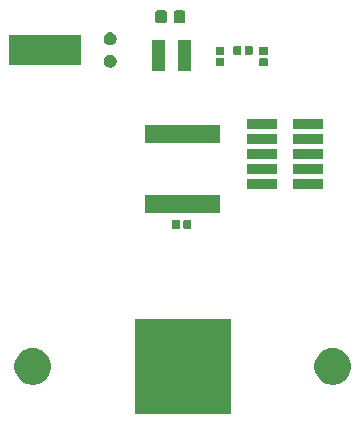
<source format=gbr>
G04 #@! TF.GenerationSoftware,KiCad,Pcbnew,(5.1.2)-2*
G04 #@! TF.CreationDate,2019-10-10T00:04:00-05:00*
G04 #@! TF.ProjectId,MillingTest,4d696c6c-696e-4675-9465-73742e6b6963,rev?*
G04 #@! TF.SameCoordinates,Original*
G04 #@! TF.FileFunction,Soldermask,Top*
G04 #@! TF.FilePolarity,Negative*
%FSLAX46Y46*%
G04 Gerber Fmt 4.6, Leading zero omitted, Abs format (unit mm)*
G04 Created by KiCad (PCBNEW (5.1.2)-2) date 2019-10-10 00:04:00*
%MOMM*%
%LPD*%
G04 APERTURE LIST*
%ADD10C,0.100000*%
G04 APERTURE END LIST*
D10*
G36*
X184871000Y-98081000D02*
G01*
X176769000Y-98081000D01*
X176769000Y-89979000D01*
X184871000Y-89979000D01*
X184871000Y-98081000D01*
X184871000Y-98081000D01*
G37*
G36*
X193822585Y-92508802D02*
G01*
X193972410Y-92538604D01*
X194254674Y-92655521D01*
X194508705Y-92825259D01*
X194724741Y-93041295D01*
X194894479Y-93295326D01*
X195011396Y-93577590D01*
X195071000Y-93877240D01*
X195071000Y-94182760D01*
X195011396Y-94482410D01*
X194894479Y-94764674D01*
X194724741Y-95018705D01*
X194508705Y-95234741D01*
X194254674Y-95404479D01*
X193972410Y-95521396D01*
X193822585Y-95551198D01*
X193672761Y-95581000D01*
X193367239Y-95581000D01*
X193217415Y-95551198D01*
X193067590Y-95521396D01*
X192785326Y-95404479D01*
X192531295Y-95234741D01*
X192315259Y-95018705D01*
X192145521Y-94764674D01*
X192028604Y-94482410D01*
X191969000Y-94182760D01*
X191969000Y-93877240D01*
X192028604Y-93577590D01*
X192145521Y-93295326D01*
X192315259Y-93041295D01*
X192531295Y-92825259D01*
X192785326Y-92655521D01*
X193067590Y-92538604D01*
X193217415Y-92508802D01*
X193367239Y-92479000D01*
X193672761Y-92479000D01*
X193822585Y-92508802D01*
X193822585Y-92508802D01*
G37*
G36*
X168422585Y-92508802D02*
G01*
X168572410Y-92538604D01*
X168854674Y-92655521D01*
X169108705Y-92825259D01*
X169324741Y-93041295D01*
X169494479Y-93295326D01*
X169611396Y-93577590D01*
X169671000Y-93877240D01*
X169671000Y-94182760D01*
X169611396Y-94482410D01*
X169494479Y-94764674D01*
X169324741Y-95018705D01*
X169108705Y-95234741D01*
X168854674Y-95404479D01*
X168572410Y-95521396D01*
X168422585Y-95551198D01*
X168272761Y-95581000D01*
X167967239Y-95581000D01*
X167817415Y-95551198D01*
X167667590Y-95521396D01*
X167385326Y-95404479D01*
X167131295Y-95234741D01*
X166915259Y-95018705D01*
X166745521Y-94764674D01*
X166628604Y-94482410D01*
X166569000Y-94182760D01*
X166569000Y-93877240D01*
X166628604Y-93577590D01*
X166745521Y-93295326D01*
X166915259Y-93041295D01*
X167131295Y-92825259D01*
X167385326Y-92655521D01*
X167667590Y-92538604D01*
X167817415Y-92508802D01*
X167967239Y-92479000D01*
X168272761Y-92479000D01*
X168422585Y-92508802D01*
X168422585Y-92508802D01*
G37*
G36*
X181456938Y-81641716D02*
G01*
X181477557Y-81647971D01*
X181496553Y-81658124D01*
X181513208Y-81671792D01*
X181526876Y-81688447D01*
X181537029Y-81707443D01*
X181543284Y-81728062D01*
X181546000Y-81755640D01*
X181546000Y-82264360D01*
X181543284Y-82291938D01*
X181537029Y-82312557D01*
X181526876Y-82331553D01*
X181513208Y-82348208D01*
X181496553Y-82361876D01*
X181477557Y-82372029D01*
X181456938Y-82378284D01*
X181429360Y-82381000D01*
X180970640Y-82381000D01*
X180943062Y-82378284D01*
X180922443Y-82372029D01*
X180903447Y-82361876D01*
X180886792Y-82348208D01*
X180873124Y-82331553D01*
X180862971Y-82312557D01*
X180856716Y-82291938D01*
X180854000Y-82264360D01*
X180854000Y-81755640D01*
X180856716Y-81728062D01*
X180862971Y-81707443D01*
X180873124Y-81688447D01*
X180886792Y-81671792D01*
X180903447Y-81658124D01*
X180922443Y-81647971D01*
X180943062Y-81641716D01*
X180970640Y-81639000D01*
X181429360Y-81639000D01*
X181456938Y-81641716D01*
X181456938Y-81641716D01*
G37*
G36*
X180486938Y-81641716D02*
G01*
X180507557Y-81647971D01*
X180526553Y-81658124D01*
X180543208Y-81671792D01*
X180556876Y-81688447D01*
X180567029Y-81707443D01*
X180573284Y-81728062D01*
X180576000Y-81755640D01*
X180576000Y-82264360D01*
X180573284Y-82291938D01*
X180567029Y-82312557D01*
X180556876Y-82331553D01*
X180543208Y-82348208D01*
X180526553Y-82361876D01*
X180507557Y-82372029D01*
X180486938Y-82378284D01*
X180459360Y-82381000D01*
X180000640Y-82381000D01*
X179973062Y-82378284D01*
X179952443Y-82372029D01*
X179933447Y-82361876D01*
X179916792Y-82348208D01*
X179903124Y-82331553D01*
X179892971Y-82312557D01*
X179886716Y-82291938D01*
X179884000Y-82264360D01*
X179884000Y-81755640D01*
X179886716Y-81728062D01*
X179892971Y-81707443D01*
X179903124Y-81688447D01*
X179916792Y-81671792D01*
X179933447Y-81658124D01*
X179952443Y-81647971D01*
X179973062Y-81641716D01*
X180000640Y-81639000D01*
X180459360Y-81639000D01*
X180486938Y-81641716D01*
X180486938Y-81641716D01*
G37*
G36*
X184001000Y-81046000D02*
G01*
X177599000Y-81046000D01*
X177599000Y-79494000D01*
X184001000Y-79494000D01*
X184001000Y-81046000D01*
X184001000Y-81046000D01*
G37*
G36*
X192685000Y-79034000D02*
G01*
X190183000Y-79034000D01*
X190183000Y-78192000D01*
X192685000Y-78192000D01*
X192685000Y-79034000D01*
X192685000Y-79034000D01*
G37*
G36*
X188785000Y-79034000D02*
G01*
X186283000Y-79034000D01*
X186283000Y-78192000D01*
X188785000Y-78192000D01*
X188785000Y-79034000D01*
X188785000Y-79034000D01*
G37*
G36*
X192685000Y-77764000D02*
G01*
X190183000Y-77764000D01*
X190183000Y-76922000D01*
X192685000Y-76922000D01*
X192685000Y-77764000D01*
X192685000Y-77764000D01*
G37*
G36*
X188785000Y-77764000D02*
G01*
X186283000Y-77764000D01*
X186283000Y-76922000D01*
X188785000Y-76922000D01*
X188785000Y-77764000D01*
X188785000Y-77764000D01*
G37*
G36*
X188785000Y-76494000D02*
G01*
X186283000Y-76494000D01*
X186283000Y-75652000D01*
X188785000Y-75652000D01*
X188785000Y-76494000D01*
X188785000Y-76494000D01*
G37*
G36*
X192685000Y-76494000D02*
G01*
X190183000Y-76494000D01*
X190183000Y-75652000D01*
X192685000Y-75652000D01*
X192685000Y-76494000D01*
X192685000Y-76494000D01*
G37*
G36*
X188785000Y-75224000D02*
G01*
X186283000Y-75224000D01*
X186283000Y-74382000D01*
X188785000Y-74382000D01*
X188785000Y-75224000D01*
X188785000Y-75224000D01*
G37*
G36*
X192685000Y-75224000D02*
G01*
X190183000Y-75224000D01*
X190183000Y-74382000D01*
X192685000Y-74382000D01*
X192685000Y-75224000D01*
X192685000Y-75224000D01*
G37*
G36*
X184001000Y-75146000D02*
G01*
X177599000Y-75146000D01*
X177599000Y-73594000D01*
X184001000Y-73594000D01*
X184001000Y-75146000D01*
X184001000Y-75146000D01*
G37*
G36*
X192685000Y-73954000D02*
G01*
X190183000Y-73954000D01*
X190183000Y-73112000D01*
X192685000Y-73112000D01*
X192685000Y-73954000D01*
X192685000Y-73954000D01*
G37*
G36*
X188785000Y-73954000D02*
G01*
X186283000Y-73954000D01*
X186283000Y-73112000D01*
X188785000Y-73112000D01*
X188785000Y-73954000D01*
X188785000Y-73954000D01*
G37*
G36*
X181541000Y-69006000D02*
G01*
X180379000Y-69006000D01*
X180379000Y-66354000D01*
X181541000Y-66354000D01*
X181541000Y-69006000D01*
X181541000Y-69006000D01*
G37*
G36*
X179341000Y-69006000D02*
G01*
X178179000Y-69006000D01*
X178179000Y-66354000D01*
X179341000Y-66354000D01*
X179341000Y-69006000D01*
X179341000Y-69006000D01*
G37*
G36*
X174830721Y-67650174D02*
G01*
X174930995Y-67691709D01*
X174930996Y-67691710D01*
X175021242Y-67752010D01*
X175097990Y-67828758D01*
X175097991Y-67828760D01*
X175158291Y-67919005D01*
X175199826Y-68019279D01*
X175221000Y-68125730D01*
X175221000Y-68234270D01*
X175199826Y-68340721D01*
X175158291Y-68440995D01*
X175158290Y-68440996D01*
X175097990Y-68531242D01*
X175021242Y-68607990D01*
X174991295Y-68628000D01*
X174930995Y-68668291D01*
X174830721Y-68709826D01*
X174724270Y-68731000D01*
X174615730Y-68731000D01*
X174509279Y-68709826D01*
X174409005Y-68668291D01*
X174348705Y-68628000D01*
X174318758Y-68607990D01*
X174242010Y-68531242D01*
X174181710Y-68440996D01*
X174181709Y-68440995D01*
X174140174Y-68340721D01*
X174119000Y-68234270D01*
X174119000Y-68125730D01*
X174140174Y-68019279D01*
X174181709Y-67919005D01*
X174242009Y-67828760D01*
X174242010Y-67828758D01*
X174318758Y-67752010D01*
X174409004Y-67691710D01*
X174409005Y-67691709D01*
X174509279Y-67650174D01*
X174615730Y-67629000D01*
X174724270Y-67629000D01*
X174830721Y-67650174D01*
X174830721Y-67650174D01*
G37*
G36*
X184241938Y-67938716D02*
G01*
X184262557Y-67944971D01*
X184281553Y-67955124D01*
X184298208Y-67968792D01*
X184311876Y-67985447D01*
X184322029Y-68004443D01*
X184328284Y-68025062D01*
X184331000Y-68052640D01*
X184331000Y-68511360D01*
X184328284Y-68538938D01*
X184322029Y-68559557D01*
X184311876Y-68578553D01*
X184298208Y-68595208D01*
X184281553Y-68608876D01*
X184262557Y-68619029D01*
X184241938Y-68625284D01*
X184214360Y-68628000D01*
X183705640Y-68628000D01*
X183678062Y-68625284D01*
X183657443Y-68619029D01*
X183638447Y-68608876D01*
X183621792Y-68595208D01*
X183608124Y-68578553D01*
X183597971Y-68559557D01*
X183591716Y-68538938D01*
X183589000Y-68511360D01*
X183589000Y-68052640D01*
X183591716Y-68025062D01*
X183597971Y-68004443D01*
X183608124Y-67985447D01*
X183621792Y-67968792D01*
X183638447Y-67955124D01*
X183657443Y-67944971D01*
X183678062Y-67938716D01*
X183705640Y-67936000D01*
X184214360Y-67936000D01*
X184241938Y-67938716D01*
X184241938Y-67938716D01*
G37*
G36*
X187921938Y-67933716D02*
G01*
X187942557Y-67939971D01*
X187961553Y-67950124D01*
X187978208Y-67963792D01*
X187991876Y-67980447D01*
X188002029Y-67999443D01*
X188008284Y-68020062D01*
X188011000Y-68047640D01*
X188011000Y-68506360D01*
X188008284Y-68533938D01*
X188002029Y-68554557D01*
X187991876Y-68573553D01*
X187978208Y-68590208D01*
X187961553Y-68603876D01*
X187942557Y-68614029D01*
X187921938Y-68620284D01*
X187894360Y-68623000D01*
X187385640Y-68623000D01*
X187358062Y-68620284D01*
X187337443Y-68614029D01*
X187318447Y-68603876D01*
X187301792Y-68590208D01*
X187288124Y-68573553D01*
X187277971Y-68554557D01*
X187271716Y-68533938D01*
X187269000Y-68506360D01*
X187269000Y-68047640D01*
X187271716Y-68020062D01*
X187277971Y-67999443D01*
X187288124Y-67980447D01*
X187301792Y-67963792D01*
X187318447Y-67950124D01*
X187337443Y-67939971D01*
X187358062Y-67933716D01*
X187385640Y-67931000D01*
X187894360Y-67931000D01*
X187921938Y-67933716D01*
X187921938Y-67933716D01*
G37*
G36*
X172221000Y-68531000D02*
G01*
X166119000Y-68531000D01*
X166119000Y-65929000D01*
X172221000Y-65929000D01*
X172221000Y-68531000D01*
X172221000Y-68531000D01*
G37*
G36*
X184241938Y-66968716D02*
G01*
X184262557Y-66974971D01*
X184281553Y-66985124D01*
X184298208Y-66998792D01*
X184311876Y-67015447D01*
X184322029Y-67034443D01*
X184328284Y-67055062D01*
X184331000Y-67082640D01*
X184331000Y-67541360D01*
X184328284Y-67568938D01*
X184322029Y-67589557D01*
X184311876Y-67608553D01*
X184298208Y-67625208D01*
X184281553Y-67638876D01*
X184262557Y-67649029D01*
X184241938Y-67655284D01*
X184214360Y-67658000D01*
X183705640Y-67658000D01*
X183678062Y-67655284D01*
X183657443Y-67649029D01*
X183638447Y-67638876D01*
X183621792Y-67625208D01*
X183608124Y-67608553D01*
X183597971Y-67589557D01*
X183591716Y-67568938D01*
X183589000Y-67541360D01*
X183589000Y-67082640D01*
X183591716Y-67055062D01*
X183597971Y-67034443D01*
X183608124Y-67015447D01*
X183621792Y-66998792D01*
X183638447Y-66985124D01*
X183657443Y-66974971D01*
X183678062Y-66968716D01*
X183705640Y-66966000D01*
X184214360Y-66966000D01*
X184241938Y-66968716D01*
X184241938Y-66968716D01*
G37*
G36*
X187921938Y-66963716D02*
G01*
X187942557Y-66969971D01*
X187961553Y-66980124D01*
X187978208Y-66993792D01*
X187991876Y-67010447D01*
X188002029Y-67029443D01*
X188008284Y-67050062D01*
X188011000Y-67077640D01*
X188011000Y-67536360D01*
X188008284Y-67563938D01*
X188002029Y-67584557D01*
X187991876Y-67603553D01*
X187978208Y-67620208D01*
X187961553Y-67633876D01*
X187942557Y-67644029D01*
X187921938Y-67650284D01*
X187894360Y-67653000D01*
X187385640Y-67653000D01*
X187358062Y-67650284D01*
X187337443Y-67644029D01*
X187318447Y-67633876D01*
X187301792Y-67620208D01*
X187288124Y-67603553D01*
X187277971Y-67584557D01*
X187271716Y-67563938D01*
X187269000Y-67536360D01*
X187269000Y-67077640D01*
X187271716Y-67050062D01*
X187277971Y-67029443D01*
X187288124Y-67010447D01*
X187301792Y-66993792D01*
X187318447Y-66980124D01*
X187337443Y-66969971D01*
X187358062Y-66963716D01*
X187385640Y-66961000D01*
X187894360Y-66961000D01*
X187921938Y-66963716D01*
X187921938Y-66963716D01*
G37*
G36*
X186651938Y-66903716D02*
G01*
X186672557Y-66909971D01*
X186691553Y-66920124D01*
X186708208Y-66933792D01*
X186721876Y-66950447D01*
X186732029Y-66969443D01*
X186738284Y-66990062D01*
X186741000Y-67017640D01*
X186741000Y-67526360D01*
X186738284Y-67553938D01*
X186732029Y-67574557D01*
X186721876Y-67593553D01*
X186708208Y-67610208D01*
X186691553Y-67623876D01*
X186672557Y-67634029D01*
X186651938Y-67640284D01*
X186624360Y-67643000D01*
X186165640Y-67643000D01*
X186138062Y-67640284D01*
X186117443Y-67634029D01*
X186098447Y-67623876D01*
X186081792Y-67610208D01*
X186068124Y-67593553D01*
X186057971Y-67574557D01*
X186051716Y-67553938D01*
X186049000Y-67526360D01*
X186049000Y-67017640D01*
X186051716Y-66990062D01*
X186057971Y-66969443D01*
X186068124Y-66950447D01*
X186081792Y-66933792D01*
X186098447Y-66920124D01*
X186117443Y-66909971D01*
X186138062Y-66903716D01*
X186165640Y-66901000D01*
X186624360Y-66901000D01*
X186651938Y-66903716D01*
X186651938Y-66903716D01*
G37*
G36*
X185681938Y-66903716D02*
G01*
X185702557Y-66909971D01*
X185721553Y-66920124D01*
X185738208Y-66933792D01*
X185751876Y-66950447D01*
X185762029Y-66969443D01*
X185768284Y-66990062D01*
X185771000Y-67017640D01*
X185771000Y-67526360D01*
X185768284Y-67553938D01*
X185762029Y-67574557D01*
X185751876Y-67593553D01*
X185738208Y-67610208D01*
X185721553Y-67623876D01*
X185702557Y-67634029D01*
X185681938Y-67640284D01*
X185654360Y-67643000D01*
X185195640Y-67643000D01*
X185168062Y-67640284D01*
X185147443Y-67634029D01*
X185128447Y-67623876D01*
X185111792Y-67610208D01*
X185098124Y-67593553D01*
X185087971Y-67574557D01*
X185081716Y-67553938D01*
X185079000Y-67526360D01*
X185079000Y-67017640D01*
X185081716Y-66990062D01*
X185087971Y-66969443D01*
X185098124Y-66950447D01*
X185111792Y-66933792D01*
X185128447Y-66920124D01*
X185147443Y-66909971D01*
X185168062Y-66903716D01*
X185195640Y-66901000D01*
X185654360Y-66901000D01*
X185681938Y-66903716D01*
X185681938Y-66903716D01*
G37*
G36*
X174830721Y-65750174D02*
G01*
X174930995Y-65791709D01*
X174930996Y-65791710D01*
X175021242Y-65852010D01*
X175097990Y-65928758D01*
X175128345Y-65974188D01*
X175158291Y-66019005D01*
X175199826Y-66119279D01*
X175221000Y-66225730D01*
X175221000Y-66334270D01*
X175199826Y-66440721D01*
X175158291Y-66540995D01*
X175158290Y-66540996D01*
X175097990Y-66631242D01*
X175021242Y-66707990D01*
X174975812Y-66738345D01*
X174930995Y-66768291D01*
X174830721Y-66809826D01*
X174724270Y-66831000D01*
X174615730Y-66831000D01*
X174509279Y-66809826D01*
X174409005Y-66768291D01*
X174364188Y-66738345D01*
X174318758Y-66707990D01*
X174242010Y-66631242D01*
X174181710Y-66540996D01*
X174181709Y-66540995D01*
X174140174Y-66440721D01*
X174119000Y-66334270D01*
X174119000Y-66225730D01*
X174140174Y-66119279D01*
X174181709Y-66019005D01*
X174211655Y-65974188D01*
X174242010Y-65928758D01*
X174318758Y-65852010D01*
X174409004Y-65791710D01*
X174409005Y-65791709D01*
X174509279Y-65750174D01*
X174615730Y-65729000D01*
X174724270Y-65729000D01*
X174830721Y-65750174D01*
X174830721Y-65750174D01*
G37*
G36*
X179314591Y-63898085D02*
G01*
X179348569Y-63908393D01*
X179379890Y-63925134D01*
X179407339Y-63947661D01*
X179429866Y-63975110D01*
X179446607Y-64006431D01*
X179456915Y-64040409D01*
X179461000Y-64081890D01*
X179461000Y-64758110D01*
X179456915Y-64799591D01*
X179446607Y-64833569D01*
X179429866Y-64864890D01*
X179407339Y-64892339D01*
X179379890Y-64914866D01*
X179348569Y-64931607D01*
X179314591Y-64941915D01*
X179273110Y-64946000D01*
X178671890Y-64946000D01*
X178630409Y-64941915D01*
X178596431Y-64931607D01*
X178565110Y-64914866D01*
X178537661Y-64892339D01*
X178515134Y-64864890D01*
X178498393Y-64833569D01*
X178488085Y-64799591D01*
X178484000Y-64758110D01*
X178484000Y-64081890D01*
X178488085Y-64040409D01*
X178498393Y-64006431D01*
X178515134Y-63975110D01*
X178537661Y-63947661D01*
X178565110Y-63925134D01*
X178596431Y-63908393D01*
X178630409Y-63898085D01*
X178671890Y-63894000D01*
X179273110Y-63894000D01*
X179314591Y-63898085D01*
X179314591Y-63898085D01*
G37*
G36*
X180889591Y-63898085D02*
G01*
X180923569Y-63908393D01*
X180954890Y-63925134D01*
X180982339Y-63947661D01*
X181004866Y-63975110D01*
X181021607Y-64006431D01*
X181031915Y-64040409D01*
X181036000Y-64081890D01*
X181036000Y-64758110D01*
X181031915Y-64799591D01*
X181021607Y-64833569D01*
X181004866Y-64864890D01*
X180982339Y-64892339D01*
X180954890Y-64914866D01*
X180923569Y-64931607D01*
X180889591Y-64941915D01*
X180848110Y-64946000D01*
X180246890Y-64946000D01*
X180205409Y-64941915D01*
X180171431Y-64931607D01*
X180140110Y-64914866D01*
X180112661Y-64892339D01*
X180090134Y-64864890D01*
X180073393Y-64833569D01*
X180063085Y-64799591D01*
X180059000Y-64758110D01*
X180059000Y-64081890D01*
X180063085Y-64040409D01*
X180073393Y-64006431D01*
X180090134Y-63975110D01*
X180112661Y-63947661D01*
X180140110Y-63925134D01*
X180171431Y-63908393D01*
X180205409Y-63898085D01*
X180246890Y-63894000D01*
X180848110Y-63894000D01*
X180889591Y-63898085D01*
X180889591Y-63898085D01*
G37*
M02*

</source>
